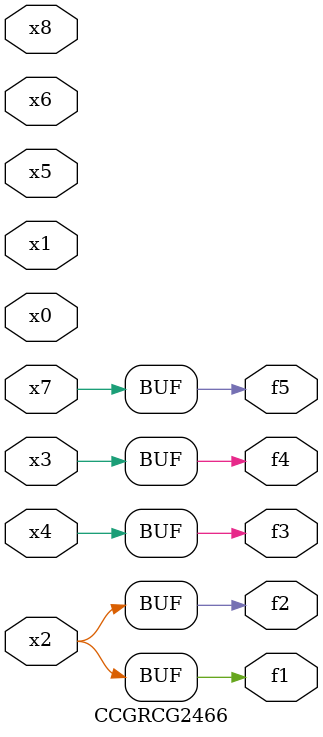
<source format=v>
module CCGRCG2466(
	input x0, x1, x2, x3, x4, x5, x6, x7, x8,
	output f1, f2, f3, f4, f5
);
	assign f1 = x2;
	assign f2 = x2;
	assign f3 = x4;
	assign f4 = x3;
	assign f5 = x7;
endmodule

</source>
